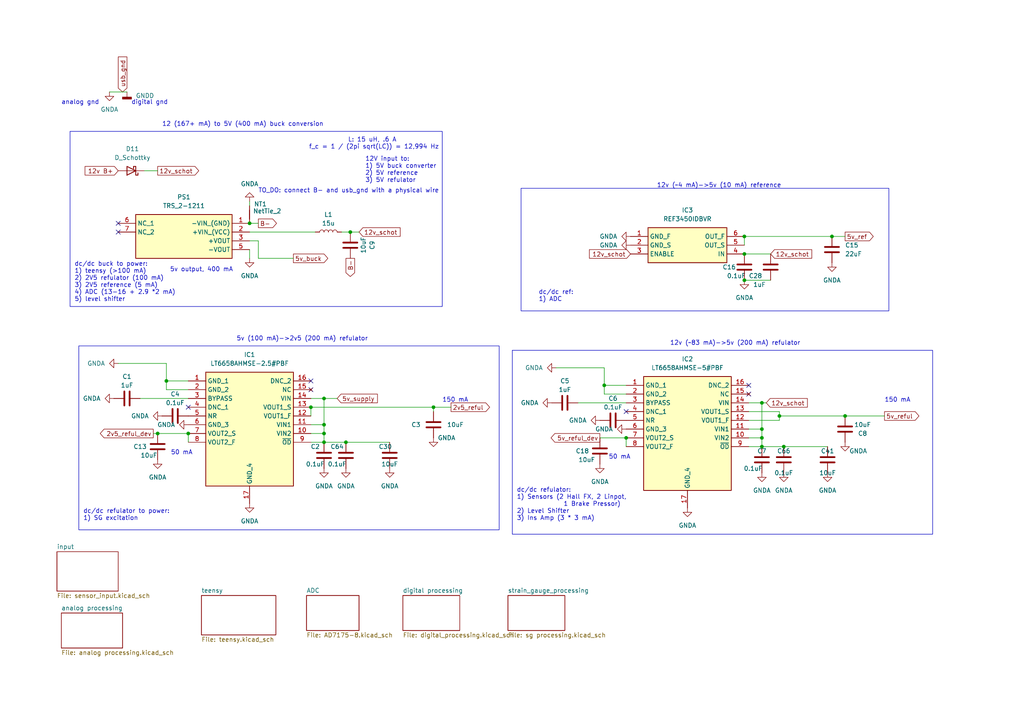
<source format=kicad_sch>
(kicad_sch (version 20231120) (generator "eeschema") (generator_version "8.0")
  (paper "A4")
  (lib_symbols
    (symbol "21xt_symbols:LT6658AHMSE-2.5#PBF"
      (property "Reference" "IC" (at 31.75 7.62 0))
      (property "Value" "LT6658AHMSE-2.5#PBF" (at 31.75 5.08 0))
      (symbol "LT6658AHMSE-2.5#PBF_1_1"
        (rectangle (start 5.08 2.54) (end 30.48 -30.48) (stroke (width 0.254)) (fill (type background)))
        (pin passive line (at 0 0 0) (length 5.08) (name "GND_1") (number "1"))
        (pin passive line (at 35.56 -15.24 180) (length 5.08) (name "VIN2") (number "10"))
        (pin passive line (at 35.56 -12.7 180) (length 5.08) (name "VIN1") (number "11"))
        (pin passive line (at 35.56 -10.16 180) (length 5.08) (name "VOUT1_F") (number "12"))
        (pin passive line (at 35.56 -7.62 180) (length 5.08) (name "VOUT1_S") (number "13"))
        (pin passive line (at 35.56 -5.08 180) (length 5.08) (name "VIN") (number "14"))
        (pin no_connect line (at 35.56 -2.54 180) (length 5.08) (name "NC") (number "15"))
        (pin passive line (at 35.56 0 180) (length 5.08) (name "DNC_2") (number "16"))
        (pin passive line (at 17.78 -35.56 90) (length 5.08) (name "GND_4") (number "17"))
        (pin passive line (at 0 -2.54 0) (length 5.08) (name "GND_2") (number "2"))
        (pin passive line (at 0 -5.08 0) (length 5.08) (name "BYPASS") (number "3"))
        (pin passive line (at 0 -7.62 0) (length 5.08) (name "DNC_1") (number "4"))
        (pin passive line (at 0 -10.16 0) (length 5.08) (name "NR") (number "5"))
        (pin passive line (at 0 -12.7 0) (length 5.08) (name "GND_3") (number "6"))
        (pin passive line (at 0 -15.24 0) (length 5.08) (name "VOUT2_S") (number "7"))
        (pin passive line (at 0 -17.78 0) (length 5.08) (name "VOUT2_F") (number "8"))
        (pin passive line (at 35.56 -17.78 180) (length 5.08) (name "~{OD}") (number "9"))
      )
    )
    (symbol "21xt_symbols:LT6658AHMSE-5#PBF"
      (property "Reference" "IC" (at 31.75 7.62 0))
      (property "Value" "LT6658AHMSE-5#PBF" (at 31.75 5.08 0))
      (symbol "LT6658AHMSE-5#PBF_1_1"
        (rectangle (start 5.08 2.54) (end 30.48 -30.48) (stroke (width 0.254)) (fill (type background)))
        (pin passive line (at 0 0 0) (length 5.08) (name "GND_1") (number "1"))
        (pin passive line (at 35.56 -15.24 180) (length 5.08) (name "VIN2") (number "10"))
        (pin passive line (at 35.56 -12.7 180) (length 5.08) (name "VIN1") (number "11"))
        (pin passive line (at 35.56 -10.16 180) (length 5.08) (name "VOUT1_F") (number "12"))
        (pin passive line (at 35.56 -7.62 180) (length 5.08) (name "VOUT1_S") (number "13"))
        (pin passive line (at 35.56 -5.08 180) (length 5.08) (name "VIN") (number "14"))
        (pin no_connect line (at 35.56 -2.54 180) (length 5.08) (name "NC") (number "15"))
        (pin passive line (at 35.56 0 180) (length 5.08) (name "DNC_2") (number "16"))
        (pin passive line (at 17.78 -35.56 90) (length 5.08) (name "GND_4") (number "17"))
        (pin passive line (at 0 -2.54 0) (length 5.08) (name "GND_2") (number "2"))
        (pin passive line (at 0 -5.08 0) (length 5.08) (name "BYPASS") (number "3"))
        (pin passive line (at 0 -7.62 0) (length 5.08) (name "DNC_1") (number "4"))
        (pin passive line (at 0 -10.16 0) (length 5.08) (name "NR") (number "5"))
        (pin passive line (at 0 -12.7 0) (length 5.08) (name "GND_3") (number "6"))
        (pin passive line (at 0 -15.24 0) (length 5.08) (name "VOUT2_S") (number "7"))
        (pin passive line (at 0 -17.78 0) (length 5.08) (name "VOUT2_F") (number "8"))
        (pin passive line (at 35.56 -17.78 180) (length 5.08) (name "~{OD}") (number "9"))
      )
    )
    (symbol "21xt_symbols:REF3450IDBVR"
      (property "Reference" "IC" (at 29.21 7.62 0))
      (property "Value" "REF3450IDBVR" (at 29.21 5.08 0))
      (symbol "REF3450IDBVR_1_1"
        (rectangle (start 5.08 2.54) (end 27.94 -7.62) (stroke (width 0.254)) (fill (type background)))
        (pin passive line (at 0 0 0) (length 5.08) (name "GND_F") (number "1"))
        (pin passive line (at 0 -2.54 0) (length 5.08) (name "GND_S") (number "2"))
        (pin passive line (at 0 -5.08 0) (length 5.08) (name "ENABLE") (number "3"))
        (pin passive line (at 33.02 -5.08 180) (length 5.08) (name "IN") (number "4"))
        (pin passive line (at 33.02 -2.54 180) (length 5.08) (name "OUT_S") (number "5"))
        (pin passive line (at 33.02 0 180) (length 5.08) (name "OUT_F") (number "6"))
      )
    )
    (symbol "21xt_symbols:TRS_2-1211"
      (property "Reference" "PS" (at 34.29 7.62 0))
      (property "Value" "TRS_2-1211" (at 34.29 5.08 0))
      (symbol "TRS_2-1211_1_1"
        (rectangle (start 5.08 2.54) (end 33.02 -10.16) (stroke (width 0.254)) (fill (type background)))
        (pin passive line (at 38.1 0 180) (length 5.08) (name "-VIN_(GND)") (number "1"))
        (pin passive line (at 38.1 -2.54 180) (length 5.08) (name "+VIN_(VCC)") (number "2"))
        (pin passive line (at 38.1 -5.08 180) (length 5.08) (name "+VOUT") (number "3"))
        (pin passive line (at 38.1 -7.62 180) (length 5.08) (name "-VOUT") (number "5"))
        (pin passive line (at 0 0 0) (length 5.08) (name "NC_1") (number "6"))
        (pin passive line (at 0 -2.54 0) (length 5.08) (name "NC_2") (number "7"))
      )
    )
    (symbol "Device:C" (pin_numbers hide) (pin_names (offset 0.254))
      (property "Reference" "C" (at 0.635 2.54 0))
      (property "Value" "C" (at 0.635 -2.54 0))
      (symbol "C_0_1"
        (polyline (pts (xy -2.032 -0.762) (xy 2.032 -0.762)) (stroke (width 0.508)))
        (polyline (pts (xy -2.032 0.762) (xy 2.032 0.762)) (stroke (width 0.508)))
      )
      (symbol "C_1_1"
        (pin passive line (at 0 3.81 270) (length 2.794) (name "~") (number "1"))
        (pin passive line (at 0 -3.81 90) (length 2.794) (name "~") (number "2"))
      )
    )
    (symbol "Device:D_Schottky" (pin_numbers hide) (pin_names (offset 1.016) hide)
      (property "Reference" "D" (at 0 2.54 0))
      (property "Value" "D_Schottky" (at 0 -2.54 0))
      (symbol "D_Schottky_0_1"
        (polyline (pts (xy 1.27 0) (xy -1.27 0)))
        (polyline (pts (xy 1.27 1.27) (xy 1.27 -1.27) (xy -1.27 0) (xy 1.27 1.27)) (stroke (width 0.254)))
        (polyline (pts (xy -1.905 0.635) (xy -1.905 1.27) (xy -1.27 1.27) (xy -1.27 -1.27) (xy -0.635 -1.27) (xy -0.635 -0.635)) (stroke (width 0.254)))
      )
      (symbol "D_Schottky_1_1"
        (pin passive line (at -3.81 0 0) (length 2.54) (name "K") (number "1"))
        (pin passive line (at 3.81 0 180) (length 2.54) (name "A") (number "2"))
      )
    )
    (symbol "Device:L" (pin_numbers hide) (pin_names (offset 1.016) hide)
      (property "Reference" "L" (at -1.27 0 90))
      (property "Value" "L" (at 1.905 0 90))
      (symbol "L_0_1"
        (arc (start 0 -2.54) (mid 0.6323 -1.905) (end 0 -1.27))
        (arc (start 0 -1.27) (mid 0.6323 -0.635) (end 0 0))
        (arc (start 0 0) (mid 0.6323 0.635) (end 0 1.27))
        (arc (start 0 1.27) (mid 0.6323 1.905) (end 0 2.54))
      )
      (symbol "L_1_1"
        (pin passive line (at 0 3.81 270) (length 1.27) (name "1") (number "1"))
        (pin passive line (at 0 -3.81 90) (length 1.27) (name "2") (number "2"))
      )
    )
    (symbol "Device:NetTie_2" (pin_numbers hide) (pin_names (offset 0) hide) (in_bom no)
      (property "Reference" "NT" (at 0 1.27 0))
      (property "Value" "NetTie_2" (at 0 -1.27 0))
      (symbol "NetTie_2_0_1"
        (polyline (pts (xy -1.27 0) (xy 1.27 0)) (stroke (width 0.254)))
      )
      (symbol "NetTie_2_1_1"
        (pin passive line (at -2.54 0 0) (length 2.54) (name "1") (number "1"))
        (pin passive line (at 2.54 0 180) (length 2.54) (name "2") (number "2"))
      )
    )
    (symbol "power:GNDA" (power) (pin_names (offset 0))
      (property "Value" "GNDA" (at 0 -3.81 0))
      (symbol "GNDA_0_1"
        (polyline (pts (xy 0 0) (xy 0 -1.27) (xy 1.27 -1.27) (xy 0 -2.54) (xy -1.27 -1.27) (xy 0 -1.27)))
      )
      (symbol "GNDA_1_1"
        (pin power_in line (at 0 0 270) (length 0) hide (name "GNDA") (number "1"))
      )
    )
    (symbol "power:GNDD" (power) (pin_names (offset 0))
      (property "Value" "GNDD" (at 0 -3.175 0))
      (symbol "GNDD_0_1"
        (rectangle (start -1.27 -1.524) (end 1.27 -2.032) (stroke (width 0.254)) (fill (type outline)))
        (polyline (pts (xy 0 0) (xy 0 -1.524)))
      )
      (symbol "GNDD_1_1"
        (pin power_in line (at 0 0 270) (length 0) hide (name "GNDD") (number "1"))
      )
    )
  )
  (junction (at 72.39 64.77))
  (junction (at 45.72 125.73))
  (junction (at 226.06 120.65))
  (junction (at 48.26 110.49))
  (junction (at 245.11 120.65))
  (junction (at 181.61 127))
  (junction (at 220.98 124.46))
  (junction (at 215.9 68.58))
  (junction (at 93.98 125.73))
  (junction (at 93.98 115.57))
  (junction (at 125.73 118.11))
  (junction (at 215.9 81.28))
  (junction (at 220.98 129.54))
  (junction (at 220.98 127))
  (junction (at 100.33 128.27))
  (junction (at 220.98 116.84))
  (junction (at 227.33 129.54))
  (junction (at 54.61 125.73))
  (junction (at 93.98 128.27))
  (junction (at 175.26 111.76))
  (junction (at 101.6 67.31))
  (junction (at 241.3 68.58))
  (junction (at 215.9 73.66))
  (junction (at 93.98 123.19))
  (junction (at 90.17 118.11))
  (no_connect (at 34.29 67.31))
  (no_connect (at 181.61 119.38))
  (no_connect (at 34.29 64.77))
  (no_connect (at 90.17 110.49))
  (no_connect (at 217.17 114.3))
  (no_connect (at 54.61 118.11))
  (no_connect (at 90.17 113.03))
  (no_connect (at 217.17 111.76))
  (wire (pts (xy 100.33 128.27) (xy 113.03 128.27)))
  (wire (pts (xy 48.26 113.03) (xy 48.26 110.49)))
  (wire (pts (xy 175.26 111.76) (xy 181.61 111.76)))
  (wire (pts (xy 90.17 125.73) (xy 93.98 125.73)))
  (wire (pts (xy 93.98 115.57) (xy 93.98 123.19)))
  (wire (pts (xy 72.39 58.42) (xy 72.39 59.69)))
  (wire (pts (xy 226.06 120.65) (xy 245.11 120.65)))
  (wire (pts (xy 173.99 127) (xy 181.61 127)))
  (wire (pts (xy 54.61 125.73) (xy 54.61 128.27)))
  (wire (pts (xy 31.75 26.67) (xy 36.83 26.67)))
  (wire (pts (xy 226.06 120.65) (xy 226.06 121.92)))
  (wire (pts (xy 175.26 106.68) (xy 175.26 111.76)))
  (wire (pts (xy 74.93 64.77) (xy 72.39 64.77)))
  (wire (pts (xy 220.98 129.54) (xy 227.33 129.54)))
  (wire (pts (xy 41.91 49.53) (xy 45.72 49.53)))
  (wire (pts (xy 220.98 124.46) (xy 217.17 124.46)))
  (wire (pts (xy 90.17 118.11) (xy 90.17 120.65)))
  (wire (pts (xy 93.98 115.57) (xy 97.79 115.57)))
  (wire (pts (xy 54.61 113.03) (xy 48.26 113.03)))
  (wire (pts (xy 40.64 115.57) (xy 54.61 115.57)))
  (wire (pts (xy 215.9 73.66) (xy 223.52 73.66)))
  (wire (pts (xy 74.93 74.93) (xy 74.93 69.85)))
  (wire (pts (xy 226.06 119.38) (xy 226.06 120.65)))
  (wire (pts (xy 217.17 129.54) (xy 220.98 129.54)))
  (wire (pts (xy 72.39 67.31) (xy 91.44 67.31)))
  (wire (pts (xy 175.26 114.3) (xy 175.26 111.76)))
  (wire (pts (xy 167.64 116.84) (xy 181.61 116.84)))
  (wire (pts (xy 222.25 116.84) (xy 220.98 116.84)))
  (wire (pts (xy 125.73 118.11) (xy 130.81 118.11)))
  (wire (pts (xy 217.17 121.92) (xy 226.06 121.92)))
  (wire (pts (xy 220.98 127) (xy 220.98 124.46)))
  (wire (pts (xy 217.17 116.84) (xy 220.98 116.84)))
  (wire (pts (xy 90.17 115.57) (xy 93.98 115.57)))
  (wire (pts (xy 241.3 68.58) (xy 245.11 68.58)))
  (wire (pts (xy 125.73 118.11) (xy 125.73 119.38)))
  (wire (pts (xy 34.29 105.41) (xy 48.26 105.41)))
  (wire (pts (xy 217.17 127) (xy 220.98 127)))
  (wire (pts (xy 215.9 81.28) (xy 223.52 81.28)))
  (wire (pts (xy 93.98 128.27) (xy 100.33 128.27)))
  (wire (pts (xy 48.26 110.49) (xy 54.61 110.49)))
  (wire (pts (xy 48.26 105.41) (xy 48.26 110.49)))
  (wire (pts (xy 101.6 67.31) (xy 104.14 67.31)))
  (wire (pts (xy 72.39 74.93) (xy 72.39 72.39)))
  (wire (pts (xy 45.72 125.73) (xy 54.61 125.73)))
  (wire (pts (xy 93.98 128.27) (xy 93.98 125.73)))
  (wire (pts (xy 72.39 69.85) (xy 74.93 69.85)))
  (wire (pts (xy 220.98 129.54) (xy 220.98 127)))
  (wire (pts (xy 220.98 116.84) (xy 220.98 124.46)))
  (wire (pts (xy 93.98 125.73) (xy 93.98 123.19)))
  (wire (pts (xy 99.06 67.31) (xy 101.6 67.31)))
  (wire (pts (xy 161.29 106.68) (xy 175.26 106.68)))
  (wire (pts (xy 227.33 129.54) (xy 240.03 129.54)))
  (wire (pts (xy 245.11 120.65) (xy 256.54 120.65)))
  (wire (pts (xy 90.17 118.11) (xy 125.73 118.11)))
  (wire (pts (xy 215.9 68.58) (xy 215.9 71.12)))
  (wire (pts (xy 74.93 74.93) (xy 85.09 74.93)))
  (wire (pts (xy 181.61 127) (xy 181.61 129.54)))
  (wire (pts (xy 93.98 123.19) (xy 90.17 123.19)))
  (wire (pts (xy 217.17 119.38) (xy 226.06 119.38)))
  (wire (pts (xy 90.17 128.27) (xy 93.98 128.27)))
  (wire (pts (xy 215.9 68.58) (xy 241.3 68.58)))
  (wire (pts (xy 44.45 125.73) (xy 45.72 125.73)))
  (wire (pts (xy 181.61 114.3) (xy 175.26 114.3)))
  (rectangle (start 148.59 101.6) (end 270.51 154.94))
  (rectangle (start 151.13 54.61) (end 257.81 90.17))
  (rectangle (start 20.32 38.1) (end 128.27 88.9))
  (rectangle (start 22.86 100.33) (end 144.78 153.67))
  (text "dc/dc refulator to power: \n1) SG excitation" (at 24.13 151.13 0) (effects (font (size 1.27 1.27)) (justify left bottom)))
  (text "150 mA" (at 128.27 116.84 0) (effects (font (size 1.27 1.27)) (justify left bottom)))
  (text "50 mA" (at 49.53 132.08 0) (effects (font (size 1.27 1.27)) (justify left bottom)))
  (text "50 mA" (at 176.53 133.35 0) (effects (font (size 1.27 1.27)) (justify left bottom)))
  (text "analog gnd" (at 17.78 30.48 0) (effects (font (size 1.27 1.27)) (justify left bottom)))
  (text "dc/dc ref:\n1) ADC" (at 156.21 87.63 0) (effects (font (size 1.27 1.27)) (justify left bottom)))
  (text "12 (167+ mA) to 5V (400 mA) buck conversion" (at 46.99 36.83 0) (effects (font (size 1.27 1.27)) (justify left bottom)))
  (text "L: 15 uH, .6 A \nf_c = 1 / (2pi sqrt(LC)) = 12,994 Hz" (at 108.458 41.656 0) (effects (font (size 1.27 1.27))))
  (text "12V input to:\n1) 5V buck converter\n2) 5V reference\n3) 5V refulator" (at 105.918 53.086 0) (effects (font (size 1.27 1.27)) (justify left bottom)))
  (text "5v (100 mA)->2v5 (200 mA) refulator" (at 68.58 99.06 0) (effects (font (size 1.27 1.27)) (justify left bottom)))
  (text "12v (~83 mA)->5v (200 mA) refulator" (at 194.31 100.33 0) (effects (font (size 1.27 1.27)) (justify left bottom)))
  (text "digital gnd" (at 38.1 30.48 0) (effects (font (size 1.27 1.27)) (justify left bottom)))
  (text "dc/dc refulator:\n1) Sensors (2 Hall FX, 2 Linpot, \n              1 Brake Pressor)\n2) Level Shifter\n3) Ins Amp (3 * 3 mA)\n" (at 149.86 151.13 0) (effects (font (size 1.27 1.27)) (justify left bottom)))
  (text "dc/dc buck to power: \n1) teensy (>100 mA)\n2) 2V5 refulator (100 mA)\n3) 2V5 reference (5 mA)\n4) ADC (13-16 + 2.9 *2 mA)\n5) level shifter" (at 21.59 87.63 0) (effects (font (size 1.27 1.27)) (justify left bottom)))
  (text "5v output, 400 mA" (at 49.276 78.994 0) (effects (font (size 1.27 1.27)) (justify left bottom)))
  (text "150 mA\n" (at 256.54 116.84 0) (effects (font (size 1.27 1.27)) (justify left bottom)))
  (text "TO_DO: connect B- and usb_gnd with a physical wire " (at 101.6 55.372 0) (effects (font (size 1.27 1.27))))
  (text "12v (~4 mA)->5v (10 mA) reference" (at 190.5 54.61 0) (effects (font (size 1.27 1.27)) (justify left bottom)))
  (global_label "2v5_reful" (shape output) (at 130.81 118.11 0) (property "Intersheetrefs" "${INTERSHEET_REFS}" (effects (hide yes))))
  (global_label "12v_schot" (shape input) (at 222.25 116.84 0) (property "Intersheetrefs" "${INTERSHEET_REFS}" (effects (hide yes))))
  (global_label "B-" (shape output) (at 101.6 74.93 270) (property "Intersheetrefs" "${INTERSHEET_REFS}" (effects (hide yes))))
  (global_label "2v5_reful_dev" (shape output) (at 44.45 125.73 180) (property "Intersheetrefs" "${INTERSHEET_REFS}" (effects (hide yes))))
  (global_label "12v_schot" (shape output) (at 45.72 49.53 0) (property "Intersheetrefs" "${INTERSHEET_REFS}" (effects (hide yes))))
  (global_label "12v B+" (shape input) (at 34.29 49.53 180) (property "Intersheetrefs" "${INTERSHEET_REFS}" (effects (hide yes))))
  (global_label "5v_supply" (shape input) (at 97.79 115.57 0) (property "Intersheetrefs" "${INTERSHEET_REFS}" (effects (hide yes))))
  (global_label "12v_schot" (shape input) (at 223.52 73.66 0) (property "Intersheetrefs" "${INTERSHEET_REFS}" (effects (hide yes))))
  (global_label "12v_schot" (shape input) (at 104.14 67.31 0) (property "Intersheetrefs" "${INTERSHEET_REFS}" (effects (hide yes))))
  (global_label "5v_buck" (shape output) (at 85.09 74.93 0) (property "Intersheetrefs" "${INTERSHEET_REFS}" (effects (hide yes))))
  (global_label "5v_ref" (shape output) (at 245.11 68.58 0) (property "Intersheetrefs" "${INTERSHEET_REFS}" (effects (hide yes))))
  (global_label "5v_reful_dev" (shape output) (at 173.99 127 180) (property "Intersheetrefs" "${INTERSHEET_REFS}" (effects (hide yes))))
  (global_label "5v_reful" (shape output) (at 256.54 120.65 0) (property "Intersheetrefs" "${INTERSHEET_REFS}" (effects (hide yes))))
  (global_label "usb_gnd" (shape input) (at 35.56 26.67 90) (property "Intersheetrefs" "${INTERSHEET_REFS}" (effects (hide yes))))
  (global_label "12v_schot" (shape input) (at 182.88 73.66 180) (property "Intersheetrefs" "${INTERSHEET_REFS}" (effects (hide yes))))
  (global_label "B-" (shape output) (at 74.93 64.77 0) (property "Intersheetrefs" "${INTERSHEET_REFS}" (effects (hide yes))))
  (symbol (lib_id "power:GNDA") (at 72.39 74.93 0) (unit 1)
    (property "Reference" "#PWR02" (effects (hide yes)))
    (property "Value" "GNDA" (at 72.39 80.01 0))
  )
  (symbol (lib_id "power:GNDA") (at 182.88 68.58 270) (unit 1)
    (property "Reference" "#PWR027" (effects (hide yes)))
    (property "Value" "GNDA" (at 179.07 68.58 90) (effects (justify right)))
  )
  (symbol (lib_id "Device:C") (at 241.3 72.39 0) (unit 1)
    (property "Reference" "C15" (at 245.11 71.12 0) (effects (justify left)))
    (property "Value" "22uF" (at 245.11 73.66 0) (effects (justify left)))
    (property "Footprint" "Capacitor_SMD:C_0603_1608Metric" (effects (hide yes)))
  )
  (symbol (lib_id "Device:C") (at 101.6 71.12 0) (unit 1)
    (property "Reference" "C9" (at 107.95 71.12 90))
    (property "Value" "10uF" (at 105.41 71.12 90))
    (property "Footprint" "Capacitor_SMD:C_0603_1608Metric" (effects (hide yes)))
  )
  (symbol (lib_id "Device:C") (at 173.99 130.81 180) (unit 1)
    (property "Reference" "C18" (at 168.91 130.81 0))
    (property "Value" "10uF" (at 170.18 133.35 0))
    (property "Footprint" "Capacitor_SMD:C_0603_1608Metric" (effects (hide yes)))
  )
  (symbol (lib_id "Device:C") (at 220.98 133.35 180) (unit 1)
    (property "Reference" "C7" (at 220.98 130.81 0))
    (property "Value" "0.1uF" (at 218.44 135.89 0))
    (property "Footprint" "Capacitor_SMD:C_0402_1005Metric" (effects (hide yes)))
  )
  (symbol (lib_id "power:GNDA") (at 227.33 137.16 0) (unit 1)
    (property "Reference" "#PWR0101" (effects (hide yes)))
    (property "Value" "GNDA" (at 227.33 142.24 0))
  )
  (symbol (lib_id "21xt_symbols:REF3450IDBVR") (at 182.88 68.58 0) (unit 1)
    (property "Reference" "IC3" (at 199.39 60.96 0))
    (property "Value" "REF3450IDBVR" (at 199.39 63.5 0))
    (property "Footprint" "21xt_footprints:REF3450IDBVR" (effects (hide yes)))
    (property "Datasheet" "http://www.ti.com/lit/ds/symlink/ref3440.pdf" (effects (hide yes)))
    (property "Height" "1.45" (effects (hide yes)))
    (property "Mouser Part Number" "595-REF3450IDBVR" (effects (hide yes)))
    (property "Mouser Price/Stock" "https://www.mouser.co.uk/ProductDetail/Texas-Instruments/REF3450IDBVR?qs=55YtniHzbhBkMjMysxx4Wg%3D%3D" (effects (hide yes)))
    (property "Manufacturer_Name" "Texas Instruments" (effects (hide yes)))
    (property "Manufacturer_Part_Number" "REF3450IDBVR" (effects (hide yes)))
  )
  (symbol (lib_id "power:GNDA") (at 125.73 127 0) (unit 1)
    (property "Reference" "#PWR018" (effects (hide yes)))
    (property "Value" "GNDA" (at 129.54 127 0))
  )
  (symbol (lib_id "power:GNDA") (at 241.3 76.2 0) (unit 1)
    (property "Reference" "#PWR024" (effects (hide yes)))
    (property "Value" "GNDA" (at 241.3 81.28 0))
  )
  (symbol (lib_id "Device:C") (at 227.33 133.35 180) (unit 1)
    (property "Reference" "C66" (at 227.33 130.81 0))
    (property "Value" "0.1uF" (at 227.33 137.16 0))
    (property "Footprint" "Capacitor_SMD:C_0402_1005Metric" (effects (hide yes)))
  )
  (symbol (lib_id "Device:C") (at 223.52 77.47 0) (unit 1)
    (property "Reference" "C28" (at 217.17 80.01 0) (effects (justify left)))
    (property "Value" "1uF" (at 218.44 82.55 0) (effects (justify left)))
    (property "Footprint" "Capacitor_SMD:C_0402_1005Metric" (effects (hide yes)))
  )
  (symbol (lib_id "power:GNDA") (at 100.33 135.89 0) (unit 1)
    (property "Reference" "#PWR064" (effects (hide yes)))
    (property "Value" "GNDA" (at 100.33 140.97 0))
  )
  (symbol (lib_id "power:GNDA") (at 220.98 137.16 0) (unit 1)
    (property "Reference" "#PWR061" (effects (hide yes)))
    (property "Value" "GNDA" (at 220.98 142.24 0))
  )
  (symbol (lib_id "power:GNDA") (at 240.03 137.16 0) (unit 1)
    (property "Reference" "#PWR066" (effects (hide yes)))
    (property "Value" "GNDA" (at 240.03 142.24 0))
  )
  (symbol (lib_id "power:GNDA") (at 93.98 135.89 0) (unit 1)
    (property "Reference" "#PWR09" (effects (hide yes)))
    (property "Value" "GNDA" (at 93.98 140.97 0))
  )
  (symbol (lib_id "power:GNDA") (at 113.03 135.89 0) (unit 1)
    (property "Reference" "#PWR065" (effects (hide yes)))
    (property "Value" "GNDA" (at 113.03 140.97 0))
  )
  (symbol (lib_id "Device:D_Schottky") (at 38.1 49.53 180) (unit 1)
    (property "Reference" "D11" (at 38.4175 43.18 0))
    (property "Value" "D_Schottky" (at 38.4175 45.72 0))
    (property "Footprint" "Diode_SMD:D_1206_3216Metric" (effects (hide yes)))
  )
  (symbol (lib_id "Device:C") (at 113.03 132.08 180) (unit 1)
    (property "Reference" "C30" (at 111.76 129.54 0))
    (property "Value" "10uF" (at 113.03 134.62 0))
    (property "Footprint" "Capacitor_SMD:C_0603_1608Metric" (effects (hide yes)))
  )
  (symbol (lib_id "Device:L") (at 95.25 67.31 90) (unit 1)
    (property "Reference" "L1" (at 95.25 62.23 90))
    (property "Value" "15u" (at 95.25 64.77 90))
    (property "Footprint" "21xt_footprints:IND_TCK-147_TRP" (effects (hide yes)))
    (property "Description" "Inductor" (effects (hide yes)))
  )
  (symbol (lib_id "Device:NetTie_2") (at 72.39 62.23 90) (unit 1) (in_bom no)
    (property "Reference" "NT1" (at 73.66 59.182 90) (effects (justify right)))
    (property "Value" "NetTie_2" (at 73.406 61.214 90) (effects (justify right)))
    (property "Footprint" "NetTie:NetTie-2_SMD_Pad0.5mm" (effects (hide yes)))
    (property "Description" "Net tie, 2 pins" (effects (hide yes)))
  )
  (symbol (lib_id "Device:C") (at 215.9 77.47 0) (unit 1)
    (property "Reference" "C16" (at 209.55 77.47 0) (effects (justify left)))
    (property "Value" "0.1uF" (at 210.82 80.01 0) (effects (justify left)))
    (property "Footprint" "Capacitor_SMD:C_0402_1005Metric" (effects (hide yes)))
  )
  (symbol (lib_id "power:GNDA") (at 72.39 58.42 0) (mirror x) (unit 1)
    (property "Reference" "#PWR070" (effects (hide yes)))
    (property "Value" "GNDA" (at 72.39 53.34 0))
  )
  (symbol (lib_id "Device:C") (at 245.11 124.46 180) (unit 1)
    (property "Reference" "C8" (at 250.19 125.73 0))
    (property "Value" "10uF" (at 250.19 123.19 0))
    (property "Footprint" "Capacitor_SMD:C_0603_1608Metric" (effects (hide yes)))
  )
  (symbol (lib_id "Device:C") (at 45.72 129.54 180) (unit 1)
    (property "Reference" "C13" (at 40.64 129.54 0))
    (property "Value" "10uF" (at 43.18 132.08 0))
    (property "Footprint" "Capacitor_SMD:C_0603_1608Metric" (effects (hide yes)))
  )
  (symbol (lib_id "Device:C") (at 177.8 121.92 90) (unit 1)
    (property "Reference" "C6" (at 177.8 115.57 90))
    (property "Value" "0.1uF" (at 177.8 118.11 90))
    (property "Footprint" "Capacitor_SMD:C_0402_1005Metric" (effects (hide yes)))
  )
  (symbol (lib_id "Device:C") (at 240.03 133.35 180) (unit 1)
    (property "Reference" "C41" (at 240.03 130.81 0))
    (property "Value" "10uF" (at 240.03 137.16 0))
    (property "Footprint" "Capacitor_SMD:C_0603_1608Metric" (effects (hide yes)))
  )
  (symbol (lib_id "power:GNDA") (at 45.72 133.35 0) (unit 1)
    (property "Reference" "#PWR098" (effects (hide yes)))
    (property "Value" "GNDA" (at 45.72 138.43 0))
  )
  (symbol (lib_id "power:GNDA") (at 199.39 147.32 0) (unit 1)
    (property "Reference" "#PWR0103" (effects (hide yes)))
    (property "Value" "GNDA" (at 199.39 152.4 0))
  )
  (symbol (lib_id "power:GNDA") (at 182.88 71.12 270) (unit 1)
    (property "Reference" "#PWR059" (effects (hide yes)))
    (property "Value" "GNDA" (at 179.07 71.12 90) (effects (justify right)))
  )
  (symbol (lib_id "Device:C") (at 36.83 115.57 90) (unit 1)
    (property "Reference" "C1" (at 36.83 109.22 90))
    (property "Value" "1uF" (at 36.83 111.76 90))
    (property "Footprint" "Capacitor_SMD:C_0402_1005Metric" (effects (hide yes)))
  )
  (symbol (lib_id "Device:C") (at 93.98 132.08 180) (unit 1)
    (property "Reference" "C2" (at 91.44 129.54 0))
    (property "Value" "0.1uF" (at 91.44 134.62 0))
    (property "Footprint" "Capacitor_SMD:C_0402_1005Metric" (effects (hide yes)))
  )
  (symbol (lib_id "21xt_symbols:TRS_2-1211") (at 34.29 64.77 0) (unit 1)
    (property "Reference" "PS1" (at 53.34 57.15 0))
    (property "Value" "TRS_2-1211" (at 53.34 59.69 0))
    (property "Footprint" "21xt_footprints:CONV_TRS_2-2419" (effects (hide yes)))
    (property "Datasheet" "https://tracopower.com/trs2-datasheet/" (effects (hide yes)))
    (property "Height" "8" (effects (hide yes)))
    (property "Mouser Part Number" "495-TRS2-1211" (effects (hide yes)))
    (property "Mouser Price/Stock" "https://www.mouser.co.uk/ProductDetail/TRACO-Power/TRS-2-1211?qs=wUXugUrL1qziI%252BEzex2I6g%3D%3D" (effects (hide yes)))
    (property "Manufacturer_Name" "Traco Power" (effects (hide yes)))
    (property "Manufacturer_Part_Number" "TRS 2-1211" (effects (hide yes)))
  )
  (symbol (lib_id "Device:C") (at 100.33 132.08 180) (unit 1)
    (property "Reference" "C64" (at 97.79 129.54 0))
    (property "Value" "0.1uF" (at 97.79 134.62 0))
    (property "Footprint" "Capacitor_SMD:C_0402_1005Metric" (effects (hide yes)))
  )
  (symbol (lib_id "power:GNDA") (at 181.61 124.46 270) (unit 1)
    (property "Reference" "#PWR055" (effects (hide yes)))
    (property "Value" "GNDA" (at 177.8 124.46 90) (effects (justify right)))
  )
  (symbol (lib_id "power:GNDA") (at 54.61 123.19 270) (unit 1)
    (property "Reference" "#PWR06" (effects (hide yes)))
    (property "Value" "GNDA" (at 50.8 123.19 90) (effects (justify right)))
  )
  (symbol (lib_id "power:GNDA") (at 160.02 116.84 270) (unit 1)
    (property "Reference" "#PWR049" (effects (hide yes)))
    (property "Value" "GNDA" (at 156.21 116.84 90) (effects (justify right)))
  )
  (symbol (lib_id "Device:C") (at 163.83 116.84 90) (unit 1)
    (property "Reference" "C5" (at 163.83 110.49 90))
    (property "Value" "1uF" (at 163.83 113.03 90))
    (property "Footprint" "Capacitor_SMD:C_0402_1005Metric" (effects (hide yes)))
  )
  (symbol (lib_id "power:GNDA") (at 215.9 81.28 0) (unit 1)
    (property "Reference" "#PWR026" (effects (hide yes)))
    (property "Value" "GNDA" (at 215.9 86.36 0))
  )
  (symbol (lib_id "power:GNDA") (at 46.99 120.65 270) (unit 1)
    (property "Reference" "#PWR05" (effects (hide yes)))
    (property "Value" "GNDA" (at 43.18 120.65 90) (effects (justify right)))
  )
  (symbol (lib_id "power:GNDA") (at 34.29 105.41 270) (unit 1)
    (property "Reference" "#PWR04" (effects (hide yes)))
    (property "Value" "GNDA" (at 30.48 105.41 90) (effects (justify right)))
  )
  (symbol (lib_id "power:GNDD") (at 36.83 26.67 0) (unit 1)
    (property "Reference" "#PWR045" (effects (hide yes)))
    (property "Value" "GNDD" (at 39.37 27.7495 0) (effects (justify left)))
  )
  (symbol (lib_id "power:GNDA") (at 245.11 128.27 0) (unit 1)
    (property "Reference" "#PWR062" (effects (hide yes)))
    (property "Value" "GNDA" (at 248.92 130.81 0))
  )
  (symbol (lib_id "power:GNDA") (at 161.29 106.68 270) (unit 1)
    (property "Reference" "#PWR048" (effects (hide yes)))
    (property "Value" "GNDA" (at 157.48 106.68 90) (effects (justify right)))
  )
  (symbol (lib_id "Device:C") (at 125.73 123.19 180) (unit 1)
    (property "Reference" "C3" (at 120.65 123.19 0))
    (property "Value" "10uF" (at 132.08 123.19 0))
    (property "Footprint" "Capacitor_SMD:C_0603_1608Metric" (effects (hide yes)))
  )
  (symbol (lib_id "Device:C") (at 50.8 120.65 90) (unit 1)
    (property "Reference" "C4" (at 50.8 114.3 90))
    (property "Value" "0.1uF" (at 50.8 116.84 90))
    (property "Footprint" "Capacitor_SMD:C_0402_1005Metric" (effects (hide yes)))
  )
  (symbol (lib_id "power:GNDA") (at 72.39 146.05 0) (unit 1)
    (property "Reference" "#PWR08" (effects (hide yes)))
    (property "Value" "GNDA" (at 72.39 151.13 0))
  )
  (symbol (lib_id "power:GNDA") (at 173.99 121.92 270) (unit 1)
    (property "Reference" "#PWR051" (effects (hide yes)))
    (property "Value" "GNDA" (at 170.18 121.92 90) (effects (justify right)))
  )
  (symbol (lib_id "21xt_symbols:LT6658AHMSE-5#PBF") (at 181.61 111.76 0) (unit 1)
    (property "Reference" "IC2" (at 199.39 104.14 0))
    (property "Value" "LT6658AHMSE-5#PBF" (at 199.39 106.68 0))
    (property "Footprint" "21xt_footprints:SOP50P490X110-17N" (effects (hide yes)))
    (property "Datasheet" "https://www.analog.com/media/en/technical-documentation/data-sheets/lt6658.pdf" (effects (hide yes)))
    (property "Height" "1.1" (effects (hide yes)))
    (property "Mouser Part Number" "584-LT6658AHMSE5PBF" (effects (hide yes)))
    (property "Mouser Price/Stock" "https://www.mouser.co.uk/ProductDetail/Analog-Devices/LT6658AHMSE-5PBF?qs=W0yvOO0ixfFdSUQ4xUcBUw%3D%3D" (effects (hide yes)))
    (property "Manufacturer_Name" "Analog Devices" (effects (hide yes)))
    (property "Manufacturer_Part_Number" "LT6658AHMSE-5#PBF" (effects (hide yes)))
  )
  (symbol (lib_id "power:GNDA") (at 173.99 134.62 0) (unit 1)
    (property "Reference" "#PWR058" (effects (hide yes)))
    (property "Value" "GNDA" (at 173.99 139.7 0))
  )
  (symbol (lib_id "power:GNDA") (at 33.02 115.57 270) (unit 1)
    (property "Reference" "#PWR03" (effects (hide yes)))
    (property "Value" "GNDA" (at 29.21 115.57 90) (effects (justify right)))
  )
  (symbol (lib_id "power:GNDA") (at 31.75 26.67 0) (unit 1)
    (property "Reference" "#PWR044" (effects (hide yes)))
    (property "Value" "GNDA" (at 31.75 31.75 0))
  )
  (symbol (lib_id "21xt_symbols:LT6658AHMSE-2.5#PBF") (at 54.61 110.49 0) (unit 1)
    (property "Reference" "IC1" (at 72.39 102.87 0))
    (property "Value" "LT6658AHMSE-2.5#PBF" (at 72.39 105.41 0))
    (property "Footprint" "21xt_footprints:SOP50P490X110-17N" (effects (hide yes)))
    (property "Datasheet" "https://www.analog.com/media/en/technical-documentation/data-sheets/lt6658.pdf" (effects (hide yes)))
    (property "Height" "1.1" (effects (hide yes)))
    (property "Mouser Part Number" "584-LT6658AHMSE5PBF" (effects (hide yes)))
    (property "Mouser Price/Stock" "https://www.mouser.co.uk/ProductDetail/Analog-Devices/LT6658AHMSE-5PBF?qs=W0yvOO0ixfFdSUQ4xUcBUw%3D%3D" (effects (hide yes)))
    (property "Manufacturer_Name" "Analog Devices" (effects (hide yes)))
    (property "Manufacturer_Part_Number" "LT6658AHMSE-2.5#PBF" (effects (hide yes)))
  )
  (sheet (at 58.42 172.72) (size 21.59 11.43) (stroke (width 0.1524))
    (property "Sheetname" "teensy" (at 58.42 172.0084 0) (effects (justify left bottom)))
    (property "Sheetfile" "teensy.kicad_sch" (at 58.42 184.7346 0) (effects (justify left top)))
  )
  (sheet (at 16.51 160.02) (size 17.78 11.43) (stroke (width 0.1524))
    (property "Sheetname" "input" (at 16.51 159.3084 0) (effects (justify left bottom)))
    (property "Sheetfile" "sensor_input.kicad_sch" (at 16.51 172.0346 0) (effects (justify left top)))
  )
  (sheet (at 116.84 172.72) (size 16.51 10.16) (stroke (width 0.1524))
    (property "Sheetname" "digital processing" (at 116.84 172.0084 0) (effects (justify left bottom)))
    (property "Sheetfile" "digital_processing.kicad_sch" (at 116.84 183.4646 0) (effects (justify left top)))
  )
  (sheet (at 147.32 172.72) (size 16.51 10.16) (stroke (width 0.1524))
    (property "Sheetname" "strain_gauge_processing" (at 147.32 172.0084 0) (effects (justify left bottom)))
    (property "Sheetfile" "sg processing.kicad_sch" (at 147.32 183.4646 0) (effects (justify left top)))
  )
  (sheet (at 17.78 177.8) (size 17.78 10.16) (stroke (width 0.1524))
    (property "Sheetname" "analog processing" (at 17.78 177.0884 0) (effects (justify left bottom)))
    (property "Sheetfile" "analog processing.kicad_sch" (at 17.78 188.5446 0) (effects (justify left top)))
  )
  (sheet (at 88.9 172.72) (size 15.24 10.16) (stroke (width 0.1524))
    (property "Sheetname" "ADC" (at 88.9 172.0084 0) (effects (justify left bottom)))
    (property "Sheetfile" "AD7175-8.kicad_sch" (at 88.9 183.4646 0) (effects (justify left top)))
  )
)
</source>
